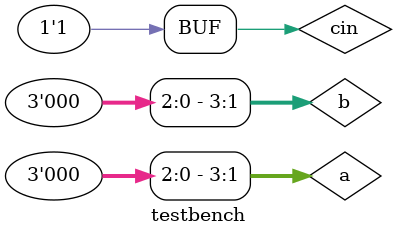
<source format=v>
`timescale 1ns/10ps
module testbench();
reg[3:0]a,b;reg cin; 
wire[3:0]sum;
wire[4:0]shiftedcarry;
wire cout;

HC283 u1(sum,cout,a,b,cin,shiftedcarry);
initial
begin
  a=0;
  repeat(20)
   #20 a=$random;
end

initial
begin
  b=0;
  repeat(20)
   #20 b=$random;
end

initial
begin
  cin=0;
   #200 cin=1;
end
endmodule
</source>
